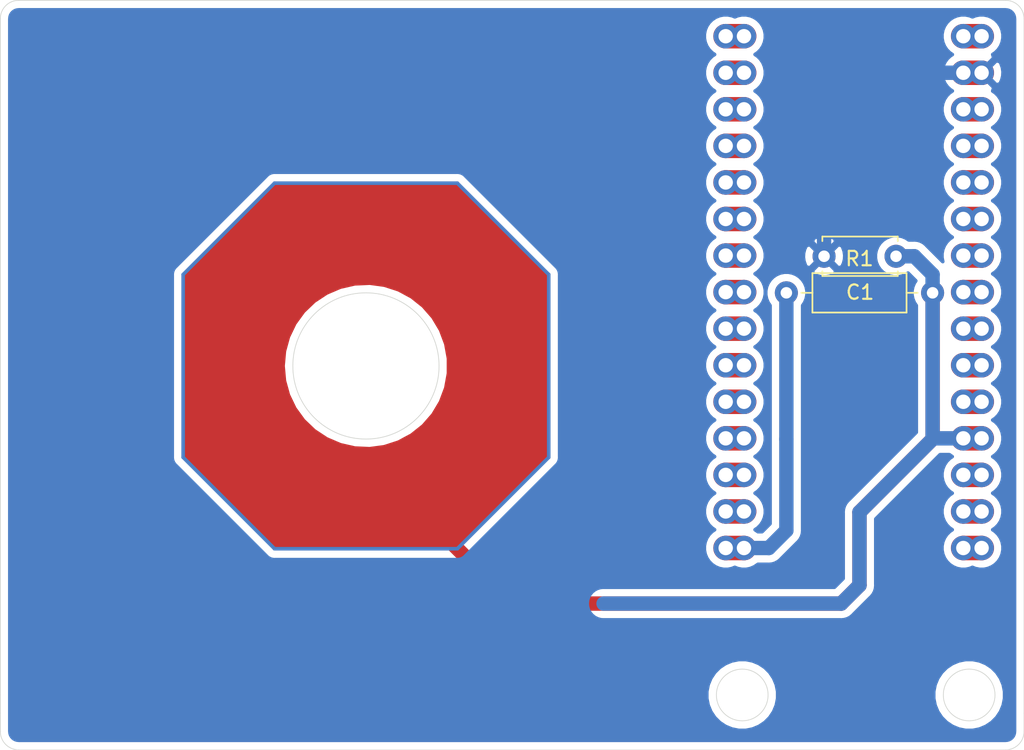
<source format=kicad_pcb>
(kicad_pcb (version 20171130) (host pcbnew 5.1.9)

  (general
    (thickness 1.6)
    (drawings 17)
    (tracks 44)
    (zones 0)
    (modules 3)
    (nets 31)
  )

  (page A4)
  (layers
    (0 F.Cu signal hide)
    (31 B.Cu signal)
    (32 B.Adhes user hide)
    (33 F.Adhes user hide)
    (34 B.Paste user hide)
    (35 F.Paste user hide)
    (36 B.SilkS user)
    (37 F.SilkS user)
    (38 B.Mask user)
    (39 F.Mask user)
    (40 Dwgs.User user)
    (41 Cmts.User user)
    (42 Eco1.User user)
    (43 Eco2.User user)
    (44 Edge.Cuts user)
    (45 Margin user)
    (46 B.CrtYd user)
    (47 F.CrtYd user)
    (48 B.Fab user)
    (49 F.Fab user)
  )

  (setup
    (last_trace_width 0.25)
    (trace_clearance 0.2)
    (zone_clearance 0.508)
    (zone_45_only no)
    (trace_min 0.2)
    (via_size 0.8)
    (via_drill 0.4)
    (via_min_size 0.4)
    (via_min_drill 0.3)
    (uvia_size 0.3)
    (uvia_drill 0.1)
    (uvias_allowed no)
    (uvia_min_size 0.2)
    (uvia_min_drill 0.1)
    (edge_width 0.05)
    (segment_width 0.2)
    (pcb_text_width 0.3)
    (pcb_text_size 1.5 1.5)
    (mod_edge_width 0.12)
    (mod_text_size 1 1)
    (mod_text_width 0.15)
    (pad_size 1.524 1.524)
    (pad_drill 0.762)
    (pad_to_mask_clearance 0.05)
    (aux_axis_origin 0 0)
    (visible_elements FFFFFF7F)
    (pcbplotparams
      (layerselection 0x010fc_ffffffff)
      (usegerberextensions false)
      (usegerberattributes true)
      (usegerberadvancedattributes true)
      (creategerberjobfile true)
      (excludeedgelayer true)
      (linewidth 0.100000)
      (plotframeref false)
      (viasonmask false)
      (mode 1)
      (useauxorigin false)
      (hpglpennumber 1)
      (hpglpenspeed 20)
      (hpglpendiameter 15.000000)
      (psnegative false)
      (psa4output false)
      (plotreference true)
      (plotvalue true)
      (plotinvisibletext false)
      (padsonsilk false)
      (subtractmaskfromsilk false)
      (outputformat 1)
      (mirror false)
      (drillshape 1)
      (scaleselection 1)
      (outputdirectory ""))
  )

  (net 0 "")
  (net 1 "Net-(J1-Pad11)")
  (net 2 "Net-(J1-Pad12)")
  (net 3 "Net-(J1-Pad3)")
  (net 4 "Net-(J1-Pad5)")
  (net 5 "Net-(J1-Pad13)")
  (net 6 "Net-(J1-Pad7)")
  (net 7 "Net-(J1-Pad1)")
  (net 8 "Net-(J1-Pad9)")
  (net 9 "Net-(J1-Pad8)")
  (net 10 "Net-(J1-Pad6)")
  (net 11 "Net-(J1-Pad10)")
  (net 12 "Net-(J1-Pad2)")
  (net 13 "Net-(J1-Pad15)")
  (net 14 "Net-(J1-Pad30)")
  (net 15 "Net-(J1-Pad29)")
  (net 16 "Net-(J1-Pad28)")
  (net 17 "Net-(J1-Pad27)")
  (net 18 "Net-(J1-Pad26)")
  (net 19 "Net-(J1-Pad25)")
  (net 20 "Net-(J1-Pad24)")
  (net 21 "Net-(J1-Pad23)")
  (net 22 "Net-(J1-Pad22)")
  (net 23 "Net-(J1-Pad21)")
  (net 24 "Net-(J1-Pad20)")
  (net 25 "Net-(J1-Pad19)")
  (net 26 "Net-(J1-Pad18)")
  (net 27 "Net-(J1-Pad17)")
  (net 28 "Net-(J1-Pad16)")
  (net 29 GND)
  (net 30 "Net-(C1-Pad1)")

  (net_class Default "This is the default net class."
    (clearance 0.2)
    (trace_width 0.25)
    (via_dia 0.8)
    (via_drill 0.4)
    (uvia_dia 0.3)
    (uvia_drill 0.1)
    (add_net GND)
    (add_net "Net-(C1-Pad1)")
    (add_net "Net-(J1-Pad1)")
    (add_net "Net-(J1-Pad10)")
    (add_net "Net-(J1-Pad11)")
    (add_net "Net-(J1-Pad12)")
    (add_net "Net-(J1-Pad13)")
    (add_net "Net-(J1-Pad15)")
    (add_net "Net-(J1-Pad16)")
    (add_net "Net-(J1-Pad17)")
    (add_net "Net-(J1-Pad18)")
    (add_net "Net-(J1-Pad19)")
    (add_net "Net-(J1-Pad2)")
    (add_net "Net-(J1-Pad20)")
    (add_net "Net-(J1-Pad21)")
    (add_net "Net-(J1-Pad22)")
    (add_net "Net-(J1-Pad23)")
    (add_net "Net-(J1-Pad24)")
    (add_net "Net-(J1-Pad25)")
    (add_net "Net-(J1-Pad26)")
    (add_net "Net-(J1-Pad27)")
    (add_net "Net-(J1-Pad28)")
    (add_net "Net-(J1-Pad29)")
    (add_net "Net-(J1-Pad3)")
    (add_net "Net-(J1-Pad30)")
    (add_net "Net-(J1-Pad5)")
    (add_net "Net-(J1-Pad6)")
    (add_net "Net-(J1-Pad7)")
    (add_net "Net-(J1-Pad8)")
    (add_net "Net-(J1-Pad9)")
  )

  (module Nano_33:NANO_33_Socket_Castell (layer F.Cu) (tedit 5E2600EE) (tstamp 605955E8)
    (at 185.015 123.139999 90)
    (descr "Through hole straight socket strip, 1x15, 2.54mm pitch")
    (tags "Through hole socket strip THT 1x15 2.54mm single row")
    (path /60565571)
    (fp_text reference J1 (at 0 -13.335 90) (layer F.Fab)
      (effects (font (size 1 1) (thickness 0.15)))
    )
    (fp_text value Arduino-NANO-33 (at 0 12.065 90) (layer F.Fab)
      (effects (font (size 1 1) (thickness 0.15)))
    )
    (fp_line (start -19.05 -8.89) (end 19.05 -8.89) (layer F.Fab) (width 0.1))
    (fp_line (start -19.05 -6.35) (end -19.05 -8.89) (layer F.Fab) (width 0.1))
    (fp_line (start 18.415 -6.35) (end -19.05 -6.35) (layer F.Fab) (width 0.1))
    (fp_line (start 19.05 -6.985) (end 18.415 -6.35) (layer F.Fab) (width 0.1))
    (fp_line (start 19.05 -8.89) (end 19.05 -6.985) (layer F.Fab) (width 0.1))
    (fp_line (start -19.05 8.89) (end -19.05 6.985) (layer F.Fab) (width 0.1))
    (fp_line (start -19.05 6.985) (end -18.415 6.35) (layer F.Fab) (width 0.1))
    (fp_line (start -18.415 6.35) (end 19.05 6.35) (layer F.Fab) (width 0.1))
    (fp_line (start 19.05 6.35) (end 19.05 8.89) (layer F.Fab) (width 0.1))
    (fp_line (start 19.05 8.89) (end -19.05 8.89) (layer F.Fab) (width 0.1))
    (fp_line (start 22 8.89) (end 22 -8.89) (layer F.Fab) (width 0.12))
    (fp_line (start -22 8.89) (end 22 8.89) (layer F.Fab) (width 0.12))
    (fp_line (start -22 8.89) (end -22 -8.89) (layer F.Fab) (width 0.12))
    (fp_line (start -22 -8.89) (end 22 -8.89) (layer F.Fab) (width 0.12))
    (fp_poly (pts (xy -22.86 3.175) (xy -18.415 3.175) (xy -18.415 -3.175) (xy -22.86 -3.175)) (layer F.Fab) (width 0.1))
    (fp_poly (pts (xy -3.175 3.175) (xy 3.175 3.175) (xy 3.175 -3.175) (xy -3.175 -3.175)) (layer F.Fab) (width 0.1))
    (fp_poly (pts (xy 8.89 4.445) (xy 21.59 4.445) (xy 21.59 -4.445) (xy 8.89 -4.445)) (layer F.Fab) (width 0.1))
    (fp_text user %R (at 0 7.62 270) (layer F.Fab)
      (effects (font (size 1 1) (thickness 0.15)))
    )
    (fp_text user %R (at 0 -7.62 90) (layer F.Fab)
      (effects (font (size 1 1) (thickness 0.15)))
    )
    (pad 11 smd oval (at 7.62 8.255 180) (size 3 1.7) (layers F.Cu F.Mask)
      (net 1 "Net-(J1-Pad11)"))
    (pad 12 thru_hole circle (at 10.16 8.89 180) (size 1.7 1.7) (drill 1) (layers *.Cu *.Mask)
      (net 2 "Net-(J1-Pad12)"))
    (pad 3 smd oval (at -12.7 8.255 180) (size 3 1.7) (layers F.Cu F.Mask)
      (net 3 "Net-(J1-Pad3)"))
    (pad 5 smd oval (at -7.62 8.255 180) (size 3 1.7) (layers F.Cu F.Mask)
      (net 4 "Net-(J1-Pad5)"))
    (pad 13 smd oval (at 12.7 8.255 180) (size 3 1.7) (layers F.Cu F.Mask)
      (net 5 "Net-(J1-Pad13)"))
    (pad 12 smd oval (at 10.16 8.255 180) (size 3 1.7) (layers F.Cu F.Mask)
      (net 2 "Net-(J1-Pad12)"))
    (pad 7 thru_hole circle (at -2.54 8.89 180) (size 1.7 1.7) (drill 1) (layers *.Cu *.Mask)
      (net 6 "Net-(J1-Pad7)"))
    (pad 13 thru_hole oval (at 12.7 7.62 180) (size 1.7 1.7) (drill 1) (layers *.Cu *.Mask)
      (net 5 "Net-(J1-Pad13)"))
    (pad 1 thru_hole circle (at -17.78 8.89 180) (size 1.7 1.7) (drill 1) (layers *.Cu *.Mask)
      (net 7 "Net-(J1-Pad1)"))
    (pad 9 thru_hole oval (at 2.54 7.62 180) (size 1.7 1.7) (drill 1) (layers *.Cu *.Mask)
      (net 8 "Net-(J1-Pad9)"))
    (pad 8 thru_hole oval (at 0 7.62 180) (size 1.7 1.7) (drill 1) (layers *.Cu *.Mask)
      (net 9 "Net-(J1-Pad8)"))
    (pad 4 thru_hole circle (at -10.16 8.89 180) (size 1.7 1.7) (drill 1) (layers *.Cu *.Mask)
      (net 30 "Net-(C1-Pad1)"))
    (pad 8 thru_hole circle (at 0 8.89 180) (size 1.7 1.7) (drill 1) (layers *.Cu *.Mask)
      (net 9 "Net-(J1-Pad8)"))
    (pad 9 thru_hole circle (at 2.54 8.89 180) (size 1.7 1.7) (drill 1) (layers *.Cu *.Mask)
      (net 8 "Net-(J1-Pad9)"))
    (pad 1 smd oval (at -17.78 8.255 180) (size 3 1.7) (layers F.Cu F.Mask)
      (net 7 "Net-(J1-Pad1)"))
    (pad 14 smd oval (at 15.24 8.255 180) (size 3 1.7) (layers F.Cu F.Mask)
      (net 29 GND))
    (pad 6 thru_hole circle (at -5.08 8.89 180) (size 1.7 1.7) (drill 1) (layers *.Cu *.Mask)
      (net 10 "Net-(J1-Pad6)"))
    (pad 10 thru_hole circle (at 5.08 8.89 180) (size 1.7 1.7) (drill 1) (layers *.Cu *.Mask)
      (net 11 "Net-(J1-Pad10)"))
    (pad 7 thru_hole oval (at -2.54 7.62 180) (size 1.7 1.7) (drill 1) (layers *.Cu *.Mask)
      (net 6 "Net-(J1-Pad7)"))
    (pad 4 smd oval (at -10.16 8.255 180) (size 3 1.7) (layers F.Cu F.Mask)
      (net 30 "Net-(C1-Pad1)"))
    (pad 10 thru_hole oval (at 5.08 7.62 180) (size 1.7 1.7) (drill 1) (layers *.Cu *.Mask)
      (net 11 "Net-(J1-Pad10)"))
    (pad 11 thru_hole oval (at 7.62 7.62 180) (size 1.7 1.7) (drill 1) (layers *.Cu *.Mask)
      (net 1 "Net-(J1-Pad11)"))
    (pad 10 smd oval (at 5.08 8.255 180) (size 3 1.7) (layers F.Cu F.Mask)
      (net 11 "Net-(J1-Pad10)"))
    (pad 9 smd oval (at 2.54 8.255 180) (size 3 1.7) (layers F.Cu F.Mask)
      (net 8 "Net-(J1-Pad9)"))
    (pad 11 thru_hole circle (at 7.62 8.89 180) (size 1.7 1.7) (drill 1) (layers *.Cu *.Mask)
      (net 1 "Net-(J1-Pad11)"))
    (pad 6 thru_hole oval (at -5.08 7.62 180) (size 1.7 1.7) (drill 1) (layers *.Cu *.Mask)
      (net 10 "Net-(J1-Pad6)"))
    (pad 14 thru_hole oval (at 15.24 7.62 180) (size 1.7 1.7) (drill 1) (layers *.Cu *.Mask)
      (net 29 GND))
    (pad 5 thru_hole oval (at -7.62 7.62 180) (size 1.7 1.7) (drill 1) (layers *.Cu *.Mask)
      (net 4 "Net-(J1-Pad5)"))
    (pad 4 thru_hole oval (at -10.16 7.62 180) (size 1.7 1.7) (drill 1) (layers *.Cu *.Mask)
      (net 30 "Net-(C1-Pad1)"))
    (pad 3 thru_hole oval (at -12.7 7.62 180) (size 1.7 1.7) (drill 1) (layers *.Cu *.Mask)
      (net 3 "Net-(J1-Pad3)"))
    (pad 2 thru_hole oval (at -15.24 7.62 180) (size 1.7 1.7) (drill 1) (layers *.Cu *.Mask)
      (net 12 "Net-(J1-Pad2)"))
    (pad 1 thru_hole circle (at -17.78 7.62 180) (size 1.7 1.7) (drill 1) (layers *.Cu *.Mask)
      (net 7 "Net-(J1-Pad1)"))
    (pad 7 smd oval (at -2.54 8.255 180) (size 3 1.7) (layers F.Cu F.Mask)
      (net 6 "Net-(J1-Pad7)"))
    (pad 15 thru_hole oval (at 17.78 7.62 180) (size 1.7 1.7) (drill 1) (layers *.Cu *.Mask)
      (net 13 "Net-(J1-Pad15)"))
    (pad 6 smd oval (at -5.08 8.255 180) (size 3 1.7) (layers F.Cu F.Mask)
      (net 10 "Net-(J1-Pad6)"))
    (pad 12 thru_hole oval (at 10.16 7.62 180) (size 1.7 1.7) (drill 1) (layers *.Cu *.Mask)
      (net 2 "Net-(J1-Pad12)"))
    (pad 14 thru_hole circle (at 15.24 8.89 180) (size 1.7 1.7) (drill 1) (layers *.Cu *.Mask)
      (net 29 GND))
    (pad 5 thru_hole circle (at -7.62 8.89 180) (size 1.7 1.7) (drill 1) (layers *.Cu *.Mask)
      (net 4 "Net-(J1-Pad5)"))
    (pad 15 thru_hole circle (at 17.78 8.89 180) (size 1.7 1.7) (drill 1) (layers *.Cu *.Mask)
      (net 13 "Net-(J1-Pad15)"))
    (pad 8 smd oval (at 0 8.255 180) (size 3 1.7) (layers F.Cu F.Mask)
      (net 9 "Net-(J1-Pad8)"))
    (pad 15 smd oval (at 17.78 8.255 180) (size 3 1.7) (layers F.Cu F.Mask)
      (net 13 "Net-(J1-Pad15)"))
    (pad 2 smd oval (at -15.24 8.255 180) (size 3 1.7) (layers F.Cu F.Mask)
      (net 12 "Net-(J1-Pad2)"))
    (pad 2 thru_hole circle (at -15.24 8.89 180) (size 1.7 1.7) (drill 1) (layers *.Cu *.Mask)
      (net 12 "Net-(J1-Pad2)"))
    (pad 13 thru_hole circle (at 12.7 8.89 180) (size 1.7 1.7) (drill 1) (layers *.Cu *.Mask)
      (net 5 "Net-(J1-Pad13)"))
    (pad 3 thru_hole circle (at -12.7 8.89 180) (size 1.7 1.7) (drill 1) (layers *.Cu *.Mask)
      (net 3 "Net-(J1-Pad3)"))
    (pad 30 smd oval (at -17.78 -8.255) (size 3 1.7) (layers F.Cu F.Mask)
      (net 14 "Net-(J1-Pad30)"))
    (pad 29 smd oval (at -15.24 -8.255) (size 3 1.7) (layers F.Cu F.Mask)
      (net 15 "Net-(J1-Pad29)"))
    (pad 28 smd oval (at -12.7 -8.255) (size 3 1.7) (layers F.Cu F.Mask)
      (net 16 "Net-(J1-Pad28)"))
    (pad 27 smd oval (at -10.16 -8.255) (size 3 1.7) (layers F.Cu F.Mask)
      (net 17 "Net-(J1-Pad27)"))
    (pad 26 smd oval (at -7.62 -8.255) (size 3 1.7) (layers F.Cu F.Mask)
      (net 18 "Net-(J1-Pad26)"))
    (pad 25 smd oval (at -5.08 -8.255) (size 3 1.7) (layers F.Cu F.Mask)
      (net 19 "Net-(J1-Pad25)"))
    (pad 24 smd oval (at -2.54 -8.255) (size 3 1.7) (layers F.Cu F.Mask)
      (net 20 "Net-(J1-Pad24)"))
    (pad 23 smd oval (at 0 -8.255) (size 3 1.7) (layers F.Cu F.Mask)
      (net 21 "Net-(J1-Pad23)"))
    (pad 22 smd oval (at 2.54 -8.255) (size 3 1.7) (layers F.Cu F.Mask)
      (net 22 "Net-(J1-Pad22)"))
    (pad 21 smd oval (at 5.08 -8.255) (size 3 1.7) (layers F.Cu F.Mask)
      (net 23 "Net-(J1-Pad21)"))
    (pad 20 smd oval (at 7.62 -8.255) (size 3 1.7) (layers F.Cu F.Mask)
      (net 24 "Net-(J1-Pad20)"))
    (pad 19 smd oval (at 10.16 -8.255) (size 3 1.7) (layers F.Cu F.Mask)
      (net 25 "Net-(J1-Pad19)"))
    (pad 18 smd oval (at 12.7 -8.255) (size 3 1.7) (layers F.Cu F.Mask)
      (net 26 "Net-(J1-Pad18)"))
    (pad 17 smd oval (at 15.24 -8.255) (size 3 1.7) (layers F.Cu F.Mask)
      (net 27 "Net-(J1-Pad17)"))
    (pad 29 thru_hole circle (at -15.24 -8.89) (size 1.7 1.7) (drill 1) (layers *.Cu *.Mask)
      (net 15 "Net-(J1-Pad29)"))
    (pad 30 thru_hole circle (at -17.78 -8.89) (size 1.7 1.7) (drill 1) (layers *.Cu *.Mask)
      (net 14 "Net-(J1-Pad30)"))
    (pad 28 thru_hole circle (at -12.7 -8.89) (size 1.7 1.7) (drill 1) (layers *.Cu *.Mask)
      (net 16 "Net-(J1-Pad28)"))
    (pad 25 thru_hole circle (at -5.08 -8.89) (size 1.7 1.7) (drill 1) (layers *.Cu *.Mask)
      (net 19 "Net-(J1-Pad25)"))
    (pad 27 thru_hole circle (at -10.16 -8.89) (size 1.7 1.7) (drill 1) (layers *.Cu *.Mask)
      (net 17 "Net-(J1-Pad27)"))
    (pad 26 thru_hole circle (at -7.62 -8.89) (size 1.7 1.7) (drill 1) (layers *.Cu *.Mask)
      (net 18 "Net-(J1-Pad26)"))
    (pad 23 thru_hole circle (at 0 -8.89) (size 1.7 1.7) (drill 1) (layers *.Cu *.Mask)
      (net 21 "Net-(J1-Pad23)"))
    (pad 24 thru_hole circle (at -2.54 -8.89) (size 1.7 1.7) (drill 1) (layers *.Cu *.Mask)
      (net 20 "Net-(J1-Pad24)"))
    (pad 22 thru_hole circle (at 2.54 -8.89) (size 1.7 1.7) (drill 1) (layers *.Cu *.Mask)
      (net 22 "Net-(J1-Pad22)"))
    (pad 20 thru_hole circle (at 7.62 -8.89) (size 1.7 1.7) (drill 1) (layers *.Cu *.Mask)
      (net 24 "Net-(J1-Pad20)"))
    (pad 21 thru_hole circle (at 5.08 -8.89) (size 1.7 1.7) (drill 1) (layers *.Cu *.Mask)
      (net 23 "Net-(J1-Pad21)"))
    (pad 19 thru_hole circle (at 10.16 -8.89) (size 1.7 1.7) (drill 1) (layers *.Cu *.Mask)
      (net 25 "Net-(J1-Pad19)"))
    (pad 18 thru_hole circle (at 12.7 -8.89) (size 1.7 1.7) (drill 1) (layers *.Cu *.Mask)
      (net 26 "Net-(J1-Pad18)"))
    (pad 17 thru_hole circle (at 15.24 -8.89) (size 1.7 1.7) (drill 1) (layers *.Cu *.Mask)
      (net 27 "Net-(J1-Pad17)"))
    (pad 16 smd oval (at 17.78 -8.255) (size 3 1.7) (layers F.Cu F.Mask)
      (net 28 "Net-(J1-Pad16)"))
    (pad 16 thru_hole circle (at 17.78 -8.89) (size 1.7 1.7) (drill 1) (layers *.Cu *.Mask)
      (net 28 "Net-(J1-Pad16)"))
    (pad 16 thru_hole circle (at 17.78 -7.62) (size 1.7 1.7) (drill 1) (layers *.Cu *.Mask)
      (net 28 "Net-(J1-Pad16)"))
    (pad 17 thru_hole oval (at 15.24 -7.62) (size 1.7 1.7) (drill 1) (layers *.Cu *.Mask)
      (net 27 "Net-(J1-Pad17)"))
    (pad 18 thru_hole oval (at 12.7 -7.62) (size 1.7 1.7) (drill 1) (layers *.Cu *.Mask)
      (net 26 "Net-(J1-Pad18)"))
    (pad 19 thru_hole oval (at 10.16 -7.62) (size 1.7 1.7) (drill 1) (layers *.Cu *.Mask)
      (net 25 "Net-(J1-Pad19)"))
    (pad 20 thru_hole oval (at 7.62 -7.62) (size 1.7 1.7) (drill 1) (layers *.Cu *.Mask)
      (net 24 "Net-(J1-Pad20)"))
    (pad 21 thru_hole oval (at 5.08 -7.62) (size 1.7 1.7) (drill 1) (layers *.Cu *.Mask)
      (net 23 "Net-(J1-Pad21)"))
    (pad 22 thru_hole oval (at 2.54 -7.62) (size 1.7 1.7) (drill 1) (layers *.Cu *.Mask)
      (net 22 "Net-(J1-Pad22)"))
    (pad 23 thru_hole oval (at 0 -7.62) (size 1.7 1.7) (drill 1) (layers *.Cu *.Mask)
      (net 21 "Net-(J1-Pad23)"))
    (pad 24 thru_hole oval (at -2.54 -7.62) (size 1.7 1.7) (drill 1) (layers *.Cu *.Mask)
      (net 20 "Net-(J1-Pad24)"))
    (pad 25 thru_hole oval (at -5.08 -7.62) (size 1.7 1.7) (drill 1) (layers *.Cu *.Mask)
      (net 19 "Net-(J1-Pad25)"))
    (pad 26 thru_hole oval (at -7.62 -7.62) (size 1.7 1.7) (drill 1) (layers *.Cu *.Mask)
      (net 18 "Net-(J1-Pad26)"))
    (pad 27 thru_hole oval (at -10.16 -7.62) (size 1.7 1.7) (drill 1) (layers *.Cu *.Mask)
      (net 17 "Net-(J1-Pad27)"))
    (pad 28 thru_hole oval (at -12.7 -7.62) (size 1.7 1.7) (drill 1) (layers *.Cu *.Mask)
      (net 16 "Net-(J1-Pad28)"))
    (pad 29 thru_hole oval (at -15.24 -7.62) (size 1.7 1.7) (drill 1) (layers *.Cu *.Mask)
      (net 15 "Net-(J1-Pad29)"))
    (pad 30 thru_hole oval (at -17.78 -7.62) (size 1.7 1.7) (drill 1) (layers *.Cu *.Mask)
      (net 14 "Net-(J1-Pad30)"))
    (model "${KISYS3DMOD}/Arduino.3dshapes/Arduino Nano 33 IoT.stp"
      (offset (xyz 0.5 0 4))
      (scale (xyz 1 1 1))
      (rotate (xyz -90 0 90))
    )
    (model ${KISYS3DMOD}/Connector_PinHeader_2.54mm.3dshapes/PinHeader_1x15_P2.54mm_Vertical.wrl
      (offset (xyz 17.8 -7.6 3))
      (scale (xyz 1 1 1))
      (rotate (xyz 0 180 90))
    )
    (model ${KISYS3DMOD}/Connector_PinHeader_2.54mm.3dshapes/PinHeader_1x15_P2.54mm_Vertical.wrl
      (offset (xyz 17.8 7.6 3))
      (scale (xyz 1 1 1))
      (rotate (xyz 0 180 90))
    )
  )

  (module Capacitor_THT:C_Disc_D5.0mm_W2.5mm_P5.00mm (layer F.Cu) (tedit 5AE50EF0) (tstamp 60595577)
    (at 187.96 120.65 180)
    (descr "C, Disc series, Radial, pin pitch=5.00mm, , diameter*width=5*2.5mm^2, Capacitor, http://cdn-reichelt.de/documents/datenblatt/B300/DS_KERKO_TC.pdf")
    (tags "C Disc series Radial pin pitch 5.00mm  diameter 5mm width 2.5mm Capacitor")
    (path /605911B8)
    (fp_text reference C1 (at 2.5 -2.5) (layer F.SilkS)
      (effects (font (size 1 1) (thickness 0.15)))
    )
    (fp_text value "B101 100pf" (at 2.5 2.5) (layer F.Fab)
      (effects (font (size 1 1) (thickness 0.15)))
    )
    (fp_line (start 6.05 -1.5) (end -1.05 -1.5) (layer F.CrtYd) (width 0.05))
    (fp_line (start 6.05 1.5) (end 6.05 -1.5) (layer F.CrtYd) (width 0.05))
    (fp_line (start -1.05 1.5) (end 6.05 1.5) (layer F.CrtYd) (width 0.05))
    (fp_line (start -1.05 -1.5) (end -1.05 1.5) (layer F.CrtYd) (width 0.05))
    (fp_line (start 5.12 1.055) (end 5.12 1.37) (layer F.SilkS) (width 0.12))
    (fp_line (start 5.12 -1.37) (end 5.12 -1.055) (layer F.SilkS) (width 0.12))
    (fp_line (start -0.12 1.055) (end -0.12 1.37) (layer F.SilkS) (width 0.12))
    (fp_line (start -0.12 -1.37) (end -0.12 -1.055) (layer F.SilkS) (width 0.12))
    (fp_line (start -0.12 1.37) (end 5.12 1.37) (layer F.SilkS) (width 0.12))
    (fp_line (start -0.12 -1.37) (end 5.12 -1.37) (layer F.SilkS) (width 0.12))
    (fp_line (start 5 -1.25) (end 0 -1.25) (layer F.Fab) (width 0.1))
    (fp_line (start 5 1.25) (end 5 -1.25) (layer F.Fab) (width 0.1))
    (fp_line (start 0 1.25) (end 5 1.25) (layer F.Fab) (width 0.1))
    (fp_line (start 0 -1.25) (end 0 1.25) (layer F.Fab) (width 0.1))
    (fp_text user %R (at 2.5 0) (layer F.Fab)
      (effects (font (size 1 1) (thickness 0.15)))
    )
    (pad 1 thru_hole circle (at 0 0 180) (size 1.6 1.6) (drill 0.8) (layers *.Cu *.Mask)
      (net 30 "Net-(C1-Pad1)"))
    (pad 2 thru_hole circle (at 5 0 180) (size 1.6 1.6) (drill 0.8) (layers *.Cu *.Mask)
      (net 29 GND))
    (model ${KISYS3DMOD}/Capacitor_THT.3dshapes/C_Disc_D5.0mm_W2.5mm_P5.00mm.wrl
      (at (xyz 0 0 0))
      (scale (xyz 1 1 1))
      (rotate (xyz 0 0 0))
    )
  )

  (module Resistor_THT:R_Axial_DIN0207_L6.3mm_D2.5mm_P10.16mm_Horizontal (layer F.Cu) (tedit 5AE5139B) (tstamp 605955FF)
    (at 180.34 123.19)
    (descr "Resistor, Axial_DIN0207 series, Axial, Horizontal, pin pitch=10.16mm, 0.25W = 1/4W, length*diameter=6.3*2.5mm^2, http://cdn-reichelt.de/documents/datenblatt/B400/1_4W%23YAG.pdf")
    (tags "Resistor Axial_DIN0207 series Axial Horizontal pin pitch 10.16mm 0.25W = 1/4W length 6.3mm diameter 2.5mm")
    (path /60590738)
    (fp_text reference R1 (at 5.08 -2.37) (layer F.SilkS)
      (effects (font (size 1 1) (thickness 0.15)))
    )
    (fp_text value 1k (at 5.08 2.37) (layer F.Fab)
      (effects (font (size 1 1) (thickness 0.15)))
    )
    (fp_line (start 11.21 -1.5) (end -1.05 -1.5) (layer F.CrtYd) (width 0.05))
    (fp_line (start 11.21 1.5) (end 11.21 -1.5) (layer F.CrtYd) (width 0.05))
    (fp_line (start -1.05 1.5) (end 11.21 1.5) (layer F.CrtYd) (width 0.05))
    (fp_line (start -1.05 -1.5) (end -1.05 1.5) (layer F.CrtYd) (width 0.05))
    (fp_line (start 9.12 0) (end 8.35 0) (layer F.SilkS) (width 0.12))
    (fp_line (start 1.04 0) (end 1.81 0) (layer F.SilkS) (width 0.12))
    (fp_line (start 8.35 -1.37) (end 1.81 -1.37) (layer F.SilkS) (width 0.12))
    (fp_line (start 8.35 1.37) (end 8.35 -1.37) (layer F.SilkS) (width 0.12))
    (fp_line (start 1.81 1.37) (end 8.35 1.37) (layer F.SilkS) (width 0.12))
    (fp_line (start 1.81 -1.37) (end 1.81 1.37) (layer F.SilkS) (width 0.12))
    (fp_line (start 10.16 0) (end 8.23 0) (layer F.Fab) (width 0.1))
    (fp_line (start 0 0) (end 1.93 0) (layer F.Fab) (width 0.1))
    (fp_line (start 8.23 -1.25) (end 1.93 -1.25) (layer F.Fab) (width 0.1))
    (fp_line (start 8.23 1.25) (end 8.23 -1.25) (layer F.Fab) (width 0.1))
    (fp_line (start 1.93 1.25) (end 8.23 1.25) (layer F.Fab) (width 0.1))
    (fp_line (start 1.93 -1.25) (end 1.93 1.25) (layer F.Fab) (width 0.1))
    (fp_text user %R (at 5.08 0) (layer F.Fab)
      (effects (font (size 1 1) (thickness 0.15)))
    )
    (pad 1 thru_hole circle (at 0 0) (size 1.6 1.6) (drill 0.8) (layers *.Cu *.Mask)
      (net 14 "Net-(J1-Pad30)"))
    (pad 2 thru_hole oval (at 10.16 0) (size 1.6 1.6) (drill 0.8) (layers *.Cu *.Mask)
      (net 30 "Net-(C1-Pad1)"))
    (model ${KISYS3DMOD}/Resistor_THT.3dshapes/R_Axial_DIN0207_L6.3mm_D2.5mm_P10.16mm_Horizontal.wrl
      (at (xyz 0 0 0))
      (scale (xyz 1 1 1))
      (rotate (xyz 0 0 0))
    )
  )

  (gr_line (start 127 154.94) (end 195.58 154.94) (layer Edge.Cuts) (width 0.05) (tstamp 606077D8))
  (gr_line (start 125.73 152.4) (end 125.73 153.67) (layer Edge.Cuts) (width 0.05) (tstamp 606077D7))
  (gr_line (start 196.85 152.4) (end 196.85 153.67) (layer Edge.Cuts) (width 0.05) (tstamp 606077CB))
  (gr_circle (center 193.04 151.13) (end 191.77 149.86) (layer Edge.Cuts) (width 0.05))
  (gr_circle (center 177.273949 151.13) (end 178.543949 152.4) (layer Edge.Cuts) (width 0.05))
  (gr_arc (start 195.58 104.14) (end 196.85 104.14) (angle -90) (layer Edge.Cuts) (width 0.05))
  (gr_line (start 196.85 152.4) (end 196.85 104.14) (layer Edge.Cuts) (width 0.05))
  (gr_arc (start 195.58 153.67) (end 195.58 154.94) (angle -90) (layer Edge.Cuts) (width 0.05))
  (gr_line (start 127 102.87) (end 195.58 102.87) (layer Edge.Cuts) (width 0.05))
  (gr_arc (start 127 104.14) (end 127 102.87) (angle -90) (layer Edge.Cuts) (width 0.05))
  (gr_line (start 125.73 151.13) (end 125.73 104.14) (layer Edge.Cuts) (width 0.05) (tstamp 60595C65))
  (gr_circle (center 151.13 128.27) (end 170.348587 128.27) (layer B.Mask) (width 6))
  (gr_line (start 125.73 151.13) (end 125.73 152.4) (layer Edge.Cuts) (width 0.05) (tstamp 5F467CA1))
  (gr_arc (start 127 153.67) (end 125.73 153.67) (angle -90) (layer Edge.Cuts) (width 0.05))
  (gr_circle (center 151.13 128.27) (end 156.21 128.27) (layer Edge.Cuts) (width 0.05))
  (gr_circle (center 151.13 128.27) (end 151.13 123.19) (layer Dwgs.User) (width 0.15))
  (gr_circle (center 151.13 128.27) (end 158.75 128.27) (layer F.Mask) (width 5))

  (segment (start 138.43 121.92) (end 144.78 115.57) (width 0.25) (layer B.Cu) (net 0))
  (segment (start 144.78 115.57) (end 157.48 115.57) (width 0.25) (layer B.Cu) (net 0))
  (segment (start 157.48 115.57) (end 163.83 121.92) (width 0.25) (layer B.Cu) (net 0))
  (segment (start 163.83 121.92) (end 163.83 133.35) (width 0.25) (layer B.Cu) (net 0))
  (segment (start 163.83 133.35) (end 163.83 134.62) (width 0.25) (layer B.Cu) (net 0))
  (segment (start 163.83 134.62) (end 157.48 140.97) (width 0.25) (layer B.Cu) (net 0))
  (segment (start 157.48 140.97) (end 144.78 140.97) (width 0.25) (layer B.Cu) (net 0))
  (segment (start 144.78 140.97) (end 138.43 134.62) (width 0.25) (layer B.Cu) (net 0))
  (segment (start 138.43 134.62) (end 138.43 121.92) (width 0.25) (layer B.Cu) (net 0))
  (segment (start 177.395 140.919999) (end 179.120001 140.919999) (width 1) (layer B.Cu) (net 14))
  (segment (start 180.34 139.7) (end 180.34 133.35) (width 1) (layer B.Cu) (net 14))
  (segment (start 179.120001 140.919999) (end 180.34 139.7) (width 1) (layer B.Cu) (net 14))
  (segment (start 180.34 133.35) (end 180.34 123.19) (width 1) (layer B.Cu) (net 14))
  (segment (start 192.635 107.899999) (end 184.200001 107.899999) (width 1) (layer B.Cu) (net 29))
  (segment (start 184.200001 107.899999) (end 182.88 109.22) (width 1) (layer B.Cu) (net 29))
  (segment (start 182.96 109.3) (end 182.96 120.65) (width 1) (layer B.Cu) (net 29))
  (segment (start 182.88 109.22) (end 182.96 109.3) (width 0.25) (layer B.Cu) (net 29))
  (segment (start 190.550001 133.299999) (end 190.5 133.35) (width 0.25) (layer F.Cu) (net 30))
  (segment (start 190.550001 133.299999) (end 190.5 133.35) (width 0.25) (layer B.Cu) (net 30))
  (segment (start 192.635 133.299999) (end 190.550001 133.299999) (width 1) (layer B.Cu) (net 30))
  (segment (start 190.5 133.35) (end 185.42 138.43) (width 1) (layer F.Cu) (net 30))
  (segment (start 185.42 138.43) (end 185.42 143.51) (width 1) (layer F.Cu) (net 30))
  (segment (start 185.42 143.51) (end 184.15 144.78) (width 1) (layer F.Cu) (net 30))
  (segment (start 184.15 144.78) (end 165.1 144.78) (width 1) (layer F.Cu) (net 30))
  (segment (start 165.1 144.78) (end 161.29 144.78) (width 1) (layer F.Cu) (net 30))
  (segment (start 161.29 144.78) (end 156.21 139.7) (width 1) (layer F.Cu) (net 30))
  (segment (start 156.21 139.7) (end 144.78 139.7) (width 0.25) (layer F.Cu) (net 30))
  (segment (start 144.78 139.7) (end 139.7 134.62) (width 0.25) (layer F.Cu) (net 30))
  (segment (start 139.7 134.62) (end 139.7 121.92) (width 0.25) (layer F.Cu) (net 30))
  (segment (start 139.7 121.92) (end 144.78 116.84) (width 0.25) (layer F.Cu) (net 30))
  (segment (start 144.78 116.84) (end 157.48 116.84) (width 0.25) (layer F.Cu) (net 30))
  (segment (start 157.48 116.84) (end 162.56 121.92) (width 0.25) (layer F.Cu) (net 30))
  (segment (start 162.56 121.92) (end 162.56 134.62) (width 0.25) (layer F.Cu) (net 30))
  (segment (start 162.56 134.62) (end 157.48 139.7) (width 0.25) (layer F.Cu) (net 30))
  (segment (start 157.48 139.7) (end 156.21 139.7) (width 0.25) (layer F.Cu) (net 30))
  (segment (start 190.5 133.35) (end 185.42 138.43) (width 1) (layer B.Cu) (net 30))
  (segment (start 185.42 138.43) (end 185.42 143.51) (width 1) (layer B.Cu) (net 30))
  (segment (start 185.42 143.51) (end 184.15 144.78) (width 1) (layer B.Cu) (net 30))
  (segment (start 184.15 144.78) (end 167.64 144.78) (width 1) (layer B.Cu) (net 30))
  (segment (start 190.5 133.35) (end 190.5 123.19) (width 1) (layer B.Cu) (net 30))
  (segment (start 190.5 123.19) (end 190.5 121.92) (width 1) (layer B.Cu) (net 30))
  (segment (start 190.5 121.92) (end 189.23 120.65) (width 1) (layer B.Cu) (net 30))
  (segment (start 189.23 120.65) (end 187.96 120.65) (width 1) (layer B.Cu) (net 30))
  (segment (start 190.5 133.35) (end 190.5 123.19) (width 1) (layer F.Cu) (net 30))

  (zone (net 30) (net_name "Net-(C1-Pad1)") (layer F.Cu) (tstamp 0) (hatch edge 0.508)
    (connect_pads (clearance 0.508))
    (min_thickness 0.254)
    (fill yes (arc_segments 32) (thermal_gap 0.508) (thermal_bridge_width 0.508))
    (polygon
      (pts
        (xy 163.83 121.92) (xy 163.83 134.62) (xy 157.48 140.97) (xy 144.78 140.97) (xy 138.43 134.62)
        (xy 138.43 121.92) (xy 144.78 115.57) (xy 157.48 115.57)
      )
    )
    (filled_polygon
      (pts
        (xy 163.703 121.972606) (xy 163.703 134.567394) (xy 157.427394 140.843) (xy 144.832606 140.843) (xy 138.557 134.567394)
        (xy 138.557 128.27) (xy 145.37 128.27) (xy 145.462566 129.298488) (xy 145.737287 130.293919) (xy 146.185335 131.2243)
        (xy 146.792308 132.059727) (xy 147.538699 132.773349) (xy 148.400517 133.34223) (xy 149.350062 133.748086) (xy 150.356816 133.977871)
        (xy 151.388421 134.0242) (xy 152.411721 133.885585) (xy 153.393824 133.56648) (xy 154.303167 133.077142) (xy 155.110521 132.433298)
        (xy 155.789938 131.655643) (xy 156.319581 130.76917) (xy 156.682426 129.802372) (xy 156.866812 128.786322) (xy 156.866812 127.753678)
        (xy 156.682426 126.737628) (xy 156.319581 125.77083) (xy 155.789938 124.884357) (xy 155.110521 124.106702) (xy 154.303167 123.462858)
        (xy 153.393824 122.97352) (xy 152.411721 122.654415) (xy 151.388421 122.5158) (xy 150.356816 122.562129) (xy 149.350062 122.791914)
        (xy 148.400517 123.19777) (xy 147.538699 123.766651) (xy 146.792308 124.480273) (xy 146.185335 125.3157) (xy 145.737287 126.246081)
        (xy 145.462566 127.241512) (xy 145.37 128.27) (xy 138.557 128.27) (xy 138.557 121.972606) (xy 144.832606 115.697)
        (xy 157.427394 115.697)
      )
    )
  )
  (zone (net 29) (net_name GND) (layer B.Cu) (tstamp 0) (hatch edge 0.508)
    (connect_pads (clearance 0.508))
    (min_thickness 0.254)
    (fill yes (arc_segments 32) (thermal_gap 0.508) (thermal_bridge_width 0.508))
    (polygon
      (pts
        (xy 196.85 154.94) (xy 125.73 154.94) (xy 125.73 102.87) (xy 196.85 102.87)
      )
    )
    (filled_polygon
      (pts
        (xy 195.697869 103.544722) (xy 195.811246 103.578953) (xy 195.915819 103.634555) (xy 196.007596 103.709407) (xy 196.083091 103.800664)
        (xy 196.139419 103.904844) (xy 196.17444 104.017976) (xy 196.190001 104.166031) (xy 196.19 152.367581) (xy 196.19 152.367582)
        (xy 196.190001 153.637711) (xy 196.175278 153.787869) (xy 196.141047 153.901246) (xy 196.085446 154.005817) (xy 196.010594 154.097595)
        (xy 195.919335 154.173091) (xy 195.81516 154.229419) (xy 195.702024 154.26444) (xy 195.553979 154.28) (xy 127.032279 154.28)
        (xy 126.882131 154.265278) (xy 126.768754 154.231047) (xy 126.664183 154.175446) (xy 126.572405 154.100594) (xy 126.496909 154.009335)
        (xy 126.440581 153.90516) (xy 126.40556 153.792024) (xy 126.39 153.643979) (xy 126.39 150.887305) (xy 174.809821 150.887305)
        (xy 174.809821 151.372695) (xy 174.904516 151.84876) (xy 175.090267 152.297202) (xy 175.359936 152.70079) (xy 175.703159 153.044013)
        (xy 176.106747 153.313682) (xy 176.555189 153.499433) (xy 177.031254 153.594128) (xy 177.516644 153.594128) (xy 177.992709 153.499433)
        (xy 178.441151 153.313682) (xy 178.844739 153.044013) (xy 179.187962 152.70079) (xy 179.457631 152.297202) (xy 179.643382 151.84876)
        (xy 179.738077 151.372695) (xy 179.738077 150.887305) (xy 190.575872 150.887305) (xy 190.575872 151.372695) (xy 190.670567 151.84876)
        (xy 190.856318 152.297202) (xy 191.125987 152.70079) (xy 191.46921 153.044013) (xy 191.872798 153.313682) (xy 192.32124 153.499433)
        (xy 192.797305 153.594128) (xy 193.282695 153.594128) (xy 193.75876 153.499433) (xy 194.207202 153.313682) (xy 194.61079 153.044013)
        (xy 194.954013 152.70079) (xy 195.223682 152.297202) (xy 195.409433 151.84876) (xy 195.504128 151.372695) (xy 195.504128 150.887305)
        (xy 195.409433 150.41124) (xy 195.223682 149.962798) (xy 194.954013 149.55921) (xy 194.61079 149.215987) (xy 194.207202 148.946318)
        (xy 193.75876 148.760567) (xy 193.282695 148.665872) (xy 192.797305 148.665872) (xy 192.32124 148.760567) (xy 191.872798 148.946318)
        (xy 191.46921 149.215987) (xy 191.125987 149.55921) (xy 190.856318 149.962798) (xy 190.670567 150.41124) (xy 190.575872 150.887305)
        (xy 179.738077 150.887305) (xy 179.643382 150.41124) (xy 179.457631 149.962798) (xy 179.187962 149.55921) (xy 178.844739 149.215987)
        (xy 178.441151 148.946318) (xy 177.992709 148.760567) (xy 177.516644 148.665872) (xy 177.031254 148.665872) (xy 176.555189 148.760567)
        (xy 176.106747 148.946318) (xy 175.703159 149.215987) (xy 175.359936 149.55921) (xy 175.090267 149.962798) (xy 174.904516 150.41124)
        (xy 174.809821 150.887305) (xy 126.39 150.887305) (xy 126.39 144.78) (xy 166.499509 144.78) (xy 166.521423 145.002499)
        (xy 166.586324 145.216447) (xy 166.691716 145.413623) (xy 166.833551 145.586449) (xy 167.006377 145.728284) (xy 167.203553 145.833676)
        (xy 167.417501 145.898577) (xy 167.584248 145.915) (xy 184.094249 145.915) (xy 184.15 145.920491) (xy 184.205751 145.915)
        (xy 184.205752 145.915) (xy 184.372499 145.898577) (xy 184.586447 145.833676) (xy 184.783623 145.728284) (xy 184.956449 145.586449)
        (xy 184.991996 145.543135) (xy 186.18314 144.351992) (xy 186.226449 144.316449) (xy 186.368284 144.143623) (xy 186.473676 143.946447)
        (xy 186.538577 143.732499) (xy 186.555 143.565752) (xy 186.555 143.565745) (xy 186.56049 143.510001) (xy 186.555 143.454257)
        (xy 186.555 138.900131) (xy 191.020133 134.434999) (xy 191.669893 134.434999) (xy 191.688368 134.453474) (xy 191.86276 134.569999)
        (xy 191.688368 134.686524) (xy 191.481525 134.893367) (xy 191.31901 135.136588) (xy 191.207068 135.406841) (xy 191.15 135.693739)
        (xy 191.15 135.986259) (xy 191.207068 136.273157) (xy 191.31901 136.54341) (xy 191.481525 136.786631) (xy 191.688368 136.993474)
        (xy 191.86276 137.109999) (xy 191.688368 137.226524) (xy 191.481525 137.433367) (xy 191.31901 137.676588) (xy 191.207068 137.946841)
        (xy 191.15 138.233739) (xy 191.15 138.526259) (xy 191.207068 138.813157) (xy 191.31901 139.08341) (xy 191.481525 139.326631)
        (xy 191.688368 139.533474) (xy 191.86276 139.649999) (xy 191.688368 139.766524) (xy 191.481525 139.973367) (xy 191.31901 140.216588)
        (xy 191.207068 140.486841) (xy 191.15 140.773739) (xy 191.15 141.066259) (xy 191.207068 141.353157) (xy 191.31901 141.62341)
        (xy 191.481525 141.866631) (xy 191.688368 142.073474) (xy 191.931589 142.235989) (xy 192.201842 142.347931) (xy 192.48874 142.404999)
        (xy 192.78126 142.404999) (xy 193.068158 142.347931) (xy 193.27 142.264326) (xy 193.471842 142.347931) (xy 193.75874 142.404999)
        (xy 194.05126 142.404999) (xy 194.338158 142.347931) (xy 194.608411 142.235989) (xy 194.851632 142.073474) (xy 195.058475 141.866631)
        (xy 195.22099 141.62341) (xy 195.332932 141.353157) (xy 195.39 141.066259) (xy 195.39 140.773739) (xy 195.332932 140.486841)
        (xy 195.22099 140.216588) (xy 195.058475 139.973367) (xy 194.851632 139.766524) (xy 194.67724 139.649999) (xy 194.851632 139.533474)
        (xy 195.058475 139.326631) (xy 195.22099 139.08341) (xy 195.332932 138.813157) (xy 195.39 138.526259) (xy 195.39 138.233739)
        (xy 195.332932 137.946841) (xy 195.22099 137.676588) (xy 195.058475 137.433367) (xy 194.851632 137.226524) (xy 194.67724 137.109999)
        (xy 194.851632 136.993474) (xy 195.058475 136.786631) (xy 195.22099 136.54341) (xy 195.332932 136.273157) (xy 195.39 135.986259)
        (xy 195.39 135.693739) (xy 195.332932 135.406841) (xy 195.22099 135.136588) (xy 195.058475 134.893367) (xy 194.851632 134.686524)
        (xy 194.67724 134.569999) (xy 194.851632 134.453474) (xy 195.058475 134.246631) (xy 195.22099 134.00341) (xy 195.332932 133.733157)
        (xy 195.39 133.446259) (xy 195.39 133.153739) (xy 195.332932 132.866841) (xy 195.22099 132.596588) (xy 195.058475 132.353367)
        (xy 194.851632 132.146524) (xy 194.67724 132.029999) (xy 194.851632 131.913474) (xy 195.058475 131.706631) (xy 195.22099 131.46341)
        (xy 195.332932 131.193157) (xy 195.39 130.906259) (xy 195.39 130.613739) (xy 195.332932 130.326841) (xy 195.22099 130.056588)
        (xy 195.058475 129.813367) (xy 194.851632 129.606524) (xy 194.67724 129.489999) (xy 194.851632 129.373474) (xy 195.058475 129.166631)
        (xy 195.22099 128.92341) (xy 195.332932 128.653157) (xy 195.39 128.366259) (xy 195.39 128.073739) (xy 195.332932 127.786841)
        (xy 195.22099 127.516588) (xy 195.058475 127.273367) (xy 194.851632 127.066524) (xy 194.67724 126.949999) (xy 194.851632 126.833474)
        (xy 195.058475 126.626631) (xy 195.22099 126.38341) (xy 195.332932 126.113157) (xy 195.39 125.826259) (xy 195.39 125.533739)
        (xy 195.332932 125.246841) (xy 195.22099 124.976588) (xy 195.058475 124.733367) (xy 194.851632 124.526524) (xy 194.67724 124.409999)
        (xy 194.851632 124.293474) (xy 195.058475 124.086631) (xy 195.22099 123.84341) (xy 195.332932 123.573157) (xy 195.39 123.286259)
        (xy 195.39 122.993739) (xy 195.332932 122.706841) (xy 195.22099 122.436588) (xy 195.058475 122.193367) (xy 194.851632 121.986524)
        (xy 194.67724 121.869999) (xy 194.851632 121.753474) (xy 195.058475 121.546631) (xy 195.22099 121.30341) (xy 195.332932 121.033157)
        (xy 195.39 120.746259) (xy 195.39 120.453739) (xy 195.332932 120.166841) (xy 195.22099 119.896588) (xy 195.058475 119.653367)
        (xy 194.851632 119.446524) (xy 194.67724 119.329999) (xy 194.851632 119.213474) (xy 195.058475 119.006631) (xy 195.22099 118.76341)
        (xy 195.332932 118.493157) (xy 195.39 118.206259) (xy 195.39 117.913739) (xy 195.332932 117.626841) (xy 195.22099 117.356588)
        (xy 195.058475 117.113367) (xy 194.851632 116.906524) (xy 194.67724 116.789999) (xy 194.851632 116.673474) (xy 195.058475 116.466631)
        (xy 195.22099 116.22341) (xy 195.332932 115.953157) (xy 195.39 115.666259) (xy 195.39 115.373739) (xy 195.332932 115.086841)
        (xy 195.22099 114.816588) (xy 195.058475 114.573367) (xy 194.851632 114.366524) (xy 194.67724 114.249999) (xy 194.851632 114.133474)
        (xy 195.058475 113.926631) (xy 195.22099 113.68341) (xy 195.332932 113.413157) (xy 195.39 113.126259) (xy 195.39 112.833739)
        (xy 195.332932 112.546841) (xy 195.22099 112.276588) (xy 195.058475 112.033367) (xy 194.851632 111.826524) (xy 194.67724 111.709999)
        (xy 194.851632 111.593474) (xy 195.058475 111.386631) (xy 195.22099 111.14341) (xy 195.332932 110.873157) (xy 195.39 110.586259)
        (xy 195.39 110.293739) (xy 195.332932 110.006841) (xy 195.22099 109.736588) (xy 195.058475 109.493367) (xy 194.851632 109.286524)
        (xy 194.678271 109.170688) (xy 194.753792 108.928396) (xy 194.069985 108.244589) (xy 193.955156 108.027001) (xy 194.12 108.027001)
        (xy 194.12 107.935394) (xy 194.933397 108.748791) (xy 195.182472 108.671156) (xy 195.308371 108.407116) (xy 195.380339 108.123588)
        (xy 195.395611 107.831468) (xy 195.353599 107.54198) (xy 195.255919 107.266252) (xy 195.182472 107.128842) (xy 194.933397 107.051207)
        (xy 194.12 107.864604) (xy 194.12 107.772997) (xy 193.955156 107.772997) (xy 194.069985 107.555409) (xy 194.753792 106.871602)
        (xy 194.678271 106.62931) (xy 194.851632 106.513474) (xy 195.058475 106.306631) (xy 195.22099 106.06341) (xy 195.332932 105.793157)
        (xy 195.39 105.506259) (xy 195.39 105.213739) (xy 195.332932 104.926841) (xy 195.22099 104.656588) (xy 195.058475 104.413367)
        (xy 194.851632 104.206524) (xy 194.608411 104.044009) (xy 194.338158 103.932067) (xy 194.05126 103.874999) (xy 193.75874 103.874999)
        (xy 193.471842 103.932067) (xy 193.27 104.015672) (xy 193.068158 103.932067) (xy 192.78126 103.874999) (xy 192.48874 103.874999)
        (xy 192.201842 103.932067) (xy 191.931589 104.044009) (xy 191.688368 104.206524) (xy 191.481525 104.413367) (xy 191.31901 104.656588)
        (xy 191.207068 104.926841) (xy 191.15 105.213739) (xy 191.15 105.506259) (xy 191.207068 105.793157) (xy 191.31901 106.06341)
        (xy 191.481525 106.306631) (xy 191.688368 106.513474) (xy 191.870534 106.635194) (xy 191.753645 106.704821) (xy 191.537412 106.89973)
        (xy 191.363359 107.133079) (xy 191.238175 107.3959) (xy 191.193524 107.543109) (xy 191.314845 107.772999) (xy 192.424611 107.772999)
        (xy 192.414389 107.96853) (xy 192.422874 108.026999) (xy 191.314845 108.026999) (xy 191.193524 108.256889) (xy 191.238175 108.404098)
        (xy 191.363359 108.666919) (xy 191.537412 108.900268) (xy 191.753645 109.095177) (xy 191.870534 109.164804) (xy 191.688368 109.286524)
        (xy 191.481525 109.493367) (xy 191.31901 109.736588) (xy 191.207068 110.006841) (xy 191.15 110.293739) (xy 191.15 110.586259)
        (xy 191.207068 110.873157) (xy 191.31901 111.14341) (xy 191.481525 111.386631) (xy 191.688368 111.593474) (xy 191.86276 111.709999)
        (xy 191.688368 111.826524) (xy 191.481525 112.033367) (xy 191.31901 112.276588) (xy 191.207068 112.546841) (xy 191.15 112.833739)
        (xy 191.15 113.126259) (xy 191.207068 113.413157) (xy 191.31901 113.68341) (xy 191.481525 113.926631) (xy 191.688368 114.133474)
        (xy 191.86276 114.249999) (xy 191.688368 114.366524) (xy 191.481525 114.573367) (xy 191.31901 114.816588) (xy 191.207068 115.086841)
        (xy 191.15 115.373739) (xy 191.15 115.666259) (xy 191.207068 115.953157) (xy 191.31901 116.22341) (xy 191.481525 116.466631)
        (xy 191.688368 116.673474) (xy 191.86276 116.789999) (xy 191.688368 116.906524) (xy 191.481525 117.113367) (xy 191.31901 117.356588)
        (xy 191.207068 117.626841) (xy 191.15 117.913739) (xy 191.15 118.206259) (xy 191.207068 118.493157) (xy 191.31901 118.76341)
        (xy 191.481525 119.006631) (xy 191.688368 119.213474) (xy 191.86276 119.329999) (xy 191.688368 119.446524) (xy 191.481525 119.653367)
        (xy 191.31901 119.896588) (xy 191.207068 120.166841) (xy 191.15 120.453739) (xy 191.15 120.746259) (xy 191.204282 121.01915)
        (xy 190.071996 119.886865) (xy 190.036449 119.843551) (xy 189.863623 119.701716) (xy 189.666447 119.596324) (xy 189.452499 119.531423)
        (xy 189.285752 119.515) (xy 189.285751 119.515) (xy 189.23 119.509509) (xy 189.174249 119.515) (xy 188.844284 119.515)
        (xy 188.639727 119.37832) (xy 188.378574 119.270147) (xy 188.101335 119.215) (xy 187.818665 119.215) (xy 187.541426 119.270147)
        (xy 187.280273 119.37832) (xy 187.045241 119.535363) (xy 186.845363 119.735241) (xy 186.68832 119.970273) (xy 186.580147 120.231426)
        (xy 186.525 120.508665) (xy 186.525 120.791335) (xy 186.580147 121.068574) (xy 186.68832 121.329727) (xy 186.845363 121.564759)
        (xy 187.045241 121.764637) (xy 187.280273 121.92168) (xy 187.541426 122.029853) (xy 187.818665 122.085) (xy 188.101335 122.085)
        (xy 188.378574 122.029853) (xy 188.639727 121.92168) (xy 188.79368 121.818812) (xy 189.331188 122.35632) (xy 189.22832 122.510273)
        (xy 189.120147 122.771426) (xy 189.065 123.048665) (xy 189.065 123.331335) (xy 189.120147 123.608574) (xy 189.22832 123.869727)
        (xy 189.365001 124.074285) (xy 189.365 132.879868) (xy 184.656865 137.588004) (xy 184.613551 137.623551) (xy 184.471716 137.796377)
        (xy 184.366325 137.993553) (xy 184.366324 137.993554) (xy 184.301423 138.207502) (xy 184.279509 138.43) (xy 184.285 138.485752)
        (xy 184.285001 143.039867) (xy 183.679869 143.645) (xy 167.584248 143.645) (xy 167.417501 143.661423) (xy 167.203553 143.726324)
        (xy 167.006377 143.831716) (xy 166.833551 143.973551) (xy 166.691716 144.146377) (xy 166.586324 144.343553) (xy 166.521423 144.557501)
        (xy 166.499509 144.78) (xy 126.39 144.78) (xy 126.39 121.92) (xy 137.666324 121.92) (xy 137.670001 121.957332)
        (xy 137.67 134.582678) (xy 137.666324 134.62) (xy 137.67 134.657322) (xy 137.67 134.657332) (xy 137.680997 134.768985)
        (xy 137.718727 134.893367) (xy 137.724454 134.912246) (xy 137.795026 135.044276) (xy 137.834871 135.092826) (xy 137.889999 135.160001)
        (xy 137.919003 135.183804) (xy 144.216201 141.481003) (xy 144.239999 141.510001) (xy 144.268997 141.533799) (xy 144.355723 141.604974)
        (xy 144.487753 141.675546) (xy 144.631014 141.719003) (xy 144.742667 141.73) (xy 144.742676 141.73) (xy 144.779999 141.733676)
        (xy 144.817322 141.73) (xy 157.442678 141.73) (xy 157.48 141.733676) (xy 157.517322 141.73) (xy 157.517333 141.73)
        (xy 157.628986 141.719003) (xy 157.772247 141.675546) (xy 157.904276 141.604974) (xy 158.020001 141.510001) (xy 158.043804 141.480997)
        (xy 164.341003 135.183799) (xy 164.370001 135.160001) (xy 164.396332 135.127917) (xy 164.464974 135.044277) (xy 164.535546 134.912247)
        (xy 164.541273 134.893367) (xy 164.579003 134.768986) (xy 164.59 134.657333) (xy 164.59 134.657324) (xy 164.593676 134.620001)
        (xy 164.59 134.582678) (xy 164.59 121.957322) (xy 164.593676 121.919999) (xy 164.59 121.882676) (xy 164.59 121.882667)
        (xy 164.579003 121.771014) (xy 164.535546 121.627753) (xy 164.464975 121.495725) (xy 164.464974 121.495723) (xy 164.393799 121.408997)
        (xy 164.370001 121.379999) (xy 164.341004 121.356202) (xy 158.043804 115.059003) (xy 158.020001 115.029999) (xy 157.904276 114.935026)
        (xy 157.772247 114.864454) (xy 157.628986 114.820997) (xy 157.517333 114.81) (xy 157.517322 114.81) (xy 157.48 114.806324)
        (xy 157.442678 114.81) (xy 144.817322 114.81) (xy 144.779999 114.806324) (xy 144.742676 114.81) (xy 144.742667 114.81)
        (xy 144.631014 114.820997) (xy 144.487753 114.864454) (xy 144.355723 114.935026) (xy 144.272083 115.003668) (xy 144.239999 115.029999)
        (xy 144.216201 115.058997) (xy 137.918998 121.356201) (xy 137.89 121.379999) (xy 137.866202 121.408997) (xy 137.866201 121.408998)
        (xy 137.795026 121.495724) (xy 137.724454 121.627754) (xy 137.701424 121.703676) (xy 137.680998 121.771014) (xy 137.677144 121.810147)
        (xy 137.666324 121.92) (xy 126.39 121.92) (xy 126.39 105.213739) (xy 174.64 105.213739) (xy 174.64 105.506259)
        (xy 174.697068 105.793157) (xy 174.80901 106.06341) (xy 174.971525 106.306631) (xy 175.178368 106.513474) (xy 175.35276 106.629999)
        (xy 175.178368 106.746524) (xy 174.971525 106.953367) (xy 174.80901 107.196588) (xy 174.697068 107.466841) (xy 174.64 107.753739)
        (xy 174.64 108.046259) (xy 174.697068 108.333157) (xy 174.80901 108.60341) (xy 174.971525 108.846631) (xy 175.178368 109.053474)
        (xy 175.35276 109.169999) (xy 175.178368 109.286524) (xy 174.971525 109.493367) (xy 174.80901 109.736588) (xy 174.697068 110.006841)
        (xy 174.64 110.293739) (xy 174.64 110.586259) (xy 174.697068 110.873157) (xy 174.80901 111.14341) (xy 174.971525 111.386631)
        (xy 175.178368 111.593474) (xy 175.35276 111.709999) (xy 175.178368 111.826524) (xy 174.971525 112.033367) (xy 174.80901 112.276588)
        (xy 174.697068 112.546841) (xy 174.64 112.833739) (xy 174.64 113.126259) (xy 174.697068 113.413157) (xy 174.80901 113.68341)
        (xy 174.971525 113.926631) (xy 175.178368 114.133474) (xy 175.35276 114.249999) (xy 175.178368 114.366524) (xy 174.971525 114.573367)
        (xy 174.80901 114.816588) (xy 174.697068 115.086841) (xy 174.64 115.373739) (xy 174.64 115.666259) (xy 174.697068 115.953157)
        (xy 174.80901 116.22341) (xy 174.971525 116.466631) (xy 175.178368 116.673474) (xy 175.35276 116.789999) (xy 175.178368 116.906524)
        (xy 174.971525 117.113367) (xy 174.80901 117.356588) (xy 174.697068 117.626841) (xy 174.64 117.913739) (xy 174.64 118.206259)
        (xy 174.697068 118.493157) (xy 174.80901 118.76341) (xy 174.971525 119.006631) (xy 175.178368 119.213474) (xy 175.35276 119.329999)
        (xy 175.178368 119.446524) (xy 174.971525 119.653367) (xy 174.80901 119.896588) (xy 174.697068 120.166841) (xy 174.64 120.453739)
        (xy 174.64 120.746259) (xy 174.697068 121.033157) (xy 174.80901 121.30341) (xy 174.971525 121.546631) (xy 175.178368 121.753474)
        (xy 175.35276 121.869999) (xy 175.178368 121.986524) (xy 174.971525 122.193367) (xy 174.80901 122.436588) (xy 174.697068 122.706841)
        (xy 174.64 122.993739) (xy 174.64 123.286259) (xy 174.697068 123.573157) (xy 174.80901 123.84341) (xy 174.971525 124.086631)
        (xy 175.178368 124.293474) (xy 175.35276 124.409999) (xy 175.178368 124.526524) (xy 174.971525 124.733367) (xy 174.80901 124.976588)
        (xy 174.697068 125.246841) (xy 174.64 125.533739) (xy 174.64 125.826259) (xy 174.697068 126.113157) (xy 174.80901 126.38341)
        (xy 174.971525 126.626631) (xy 175.178368 126.833474) (xy 175.35276 126.949999) (xy 175.178368 127.066524) (xy 174.971525 127.273367)
        (xy 174.80901 127.516588) (xy 174.697068 127.786841) (xy 174.64 128.073739) (xy 174.64 128.366259) (xy 174.697068 128.653157)
        (xy 174.80901 128.92341) (xy 174.971525 129.166631) (xy 175.178368 129.373474) (xy 175.35276 129.489999) (xy 175.178368 129.606524)
        (xy 174.971525 129.813367) (xy 174.80901 130.056588) (xy 174.697068 130.326841) (xy 174.64 130.613739) (xy 174.64 130.906259)
        (xy 174.697068 131.193157) (xy 174.80901 131.46341) (xy 174.971525 131.706631) (xy 175.178368 131.913474) (xy 175.35276 132.029999)
        (xy 175.178368 132.146524) (xy 174.971525 132.353367) (xy 174.80901 132.596588) (xy 174.697068 132.866841) (xy 174.64 133.153739)
        (xy 174.64 133.446259) (xy 174.697068 133.733157) (xy 174.80901 134.00341) (xy 174.971525 134.246631) (xy 175.178368 134.453474)
        (xy 175.35276 134.569999) (xy 175.178368 134.686524) (xy 174.971525 134.893367) (xy 174.80901 135.136588) (xy 174.697068 135.406841)
        (xy 174.64 135.693739) (xy 174.64 135.986259) (xy 174.697068 136.273157) (xy 174.80901 136.54341) (xy 174.971525 136.786631)
        (xy 175.178368 136.993474) (xy 175.35276 137.109999) (xy 175.178368 137.226524) (xy 174.971525 137.433367) (xy 174.80901 137.676588)
        (xy 174.697068 137.946841) (xy 174.64 138.233739) (xy 174.64 138.526259) (xy 174.697068 138.813157) (xy 174.80901 139.08341)
        (xy 174.971525 139.326631) (xy 175.178368 139.533474) (xy 175.35276 139.649999) (xy 175.178368 139.766524) (xy 174.971525 139.973367)
        (xy 174.80901 140.216588) (xy 174.697068 140.486841) (xy 174.64 140.773739) (xy 174.64 141.066259) (xy 174.697068 141.353157)
        (xy 174.80901 141.62341) (xy 174.971525 141.866631) (xy 175.178368 142.073474) (xy 175.421589 142.235989) (xy 175.691842 142.347931)
        (xy 175.97874 142.404999) (xy 176.27126 142.404999) (xy 176.558158 142.347931) (xy 176.76 142.264326) (xy 176.961842 142.347931)
        (xy 177.24874 142.404999) (xy 177.54126 142.404999) (xy 177.828158 142.347931) (xy 178.098411 142.235989) (xy 178.341632 142.073474)
        (xy 178.360107 142.054999) (xy 179.06425 142.054999) (xy 179.120001 142.06049) (xy 179.175752 142.054999) (xy 179.175753 142.054999)
        (xy 179.3425 142.038576) (xy 179.556448 141.973675) (xy 179.753624 141.868283) (xy 179.92645 141.726448) (xy 179.961997 141.683134)
        (xy 181.10314 140.541992) (xy 181.146449 140.506449) (xy 181.288284 140.333623) (xy 181.393676 140.136447) (xy 181.458577 139.922499)
        (xy 181.47212 139.784999) (xy 181.480491 139.700001) (xy 181.475 139.644249) (xy 181.475 124.074284) (xy 181.61168 123.869727)
        (xy 181.719853 123.608574) (xy 181.775 123.331335) (xy 181.775 123.048665) (xy 181.719853 122.771426) (xy 181.61168 122.510273)
        (xy 181.454637 122.275241) (xy 181.254759 122.075363) (xy 181.019727 121.91832) (xy 180.758574 121.810147) (xy 180.481335 121.755)
        (xy 180.198665 121.755) (xy 179.921426 121.810147) (xy 179.660273 121.91832) (xy 179.425241 122.075363) (xy 179.225363 122.275241)
        (xy 179.06832 122.510273) (xy 178.960147 122.771426) (xy 178.905 123.048665) (xy 178.905 123.331335) (xy 178.960147 123.608574)
        (xy 179.06832 123.869727) (xy 179.205001 124.074285) (xy 179.205 133.405751) (xy 179.205001 133.405761) (xy 179.205 139.229868)
        (xy 178.64987 139.784999) (xy 178.360107 139.784999) (xy 178.341632 139.766524) (xy 178.16724 139.649999) (xy 178.341632 139.533474)
        (xy 178.548475 139.326631) (xy 178.71099 139.08341) (xy 178.822932 138.813157) (xy 178.88 138.526259) (xy 178.88 138.233739)
        (xy 178.822932 137.946841) (xy 178.71099 137.676588) (xy 178.548475 137.433367) (xy 178.341632 137.226524) (xy 178.16724 137.109999)
        (xy 178.341632 136.993474) (xy 178.548475 136.786631) (xy 178.71099 136.54341) (xy 178.822932 136.273157) (xy 178.88 135.986259)
        (xy 178.88 135.693739) (xy 178.822932 135.406841) (xy 178.71099 135.136588) (xy 178.548475 134.893367) (xy 178.341632 134.686524)
        (xy 178.16724 134.569999) (xy 178.341632 134.453474) (xy 178.548475 134.246631) (xy 178.71099 134.00341) (xy 178.822932 133.733157)
        (xy 178.88 133.446259) (xy 178.88 133.153739) (xy 178.822932 132.866841) (xy 178.71099 132.596588) (xy 178.548475 132.353367)
        (xy 178.341632 132.146524) (xy 178.16724 132.029999) (xy 178.341632 131.913474) (xy 178.548475 131.706631) (xy 178.71099 131.46341)
        (xy 178.822932 131.193157) (xy 178.88 130.906259) (xy 178.88 130.613739) (xy 178.822932 130.326841) (xy 178.71099 130.056588)
        (xy 178.548475 129.813367) (xy 178.341632 129.606524) (xy 178.16724 129.489999) (xy 178.341632 129.373474) (xy 178.548475 129.166631)
        (xy 178.71099 128.92341) (xy 178.822932 128.653157) (xy 178.88 128.366259) (xy 178.88 128.073739) (xy 178.822932 127.786841)
        (xy 178.71099 127.516588) (xy 178.548475 127.273367) (xy 178.341632 127.066524) (xy 178.16724 126.949999) (xy 178.341632 126.833474)
        (xy 178.548475 126.626631) (xy 178.71099 126.38341) (xy 178.822932 126.113157) (xy 178.88 125.826259) (xy 178.88 125.533739)
        (xy 178.822932 125.246841) (xy 178.71099 124.976588) (xy 178.548475 124.733367) (xy 178.341632 124.526524) (xy 178.16724 124.409999)
        (xy 178.341632 124.293474) (xy 178.548475 124.086631) (xy 178.71099 123.84341) (xy 178.822932 123.573157) (xy 178.88 123.286259)
        (xy 178.88 122.993739) (xy 178.822932 122.706841) (xy 178.71099 122.436588) (xy 178.548475 122.193367) (xy 178.341632 121.986524)
        (xy 178.16724 121.869999) (xy 178.341632 121.753474) (xy 178.452404 121.642702) (xy 182.146903 121.642702) (xy 182.218486 121.886671)
        (xy 182.473996 122.007571) (xy 182.748184 122.0763) (xy 183.030512 122.090217) (xy 183.31013 122.048787) (xy 183.576292 121.953603)
        (xy 183.701514 121.886671) (xy 183.773097 121.642702) (xy 182.96 120.829605) (xy 182.146903 121.642702) (xy 178.452404 121.642702)
        (xy 178.548475 121.546631) (xy 178.71099 121.30341) (xy 178.822932 121.033157) (xy 178.88 120.746259) (xy 178.88 120.720512)
        (xy 181.519783 120.720512) (xy 181.561213 121.00013) (xy 181.656397 121.266292) (xy 181.723329 121.391514) (xy 181.967298 121.463097)
        (xy 182.780395 120.65) (xy 183.139605 120.65) (xy 183.952702 121.463097) (xy 184.196671 121.391514) (xy 184.317571 121.136004)
        (xy 184.3863 120.861816) (xy 184.400217 120.579488) (xy 184.358787 120.29987) (xy 184.263603 120.033708) (xy 184.196671 119.908486)
        (xy 183.952702 119.836903) (xy 183.139605 120.65) (xy 182.780395 120.65) (xy 181.967298 119.836903) (xy 181.723329 119.908486)
        (xy 181.602429 120.163996) (xy 181.5337 120.438184) (xy 181.519783 120.720512) (xy 178.88 120.720512) (xy 178.88 120.453739)
        (xy 178.822932 120.166841) (xy 178.71099 119.896588) (xy 178.551102 119.657298) (xy 182.146903 119.657298) (xy 182.96 120.470395)
        (xy 183.773097 119.657298) (xy 183.701514 119.413329) (xy 183.446004 119.292429) (xy 183.171816 119.2237) (xy 182.889488 119.209783)
        (xy 182.60987 119.251213) (xy 182.343708 119.346397) (xy 182.218486 119.413329) (xy 182.146903 119.657298) (xy 178.551102 119.657298)
        (xy 178.548475 119.653367) (xy 178.341632 119.446524) (xy 178.16724 119.329999) (xy 178.341632 119.213474) (xy 178.548475 119.006631)
        (xy 178.71099 118.76341) (xy 178.822932 118.493157) (xy 178.88 118.206259) (xy 178.88 117.913739) (xy 178.822932 117.626841)
        (xy 178.71099 117.356588) (xy 178.548475 117.113367) (xy 178.341632 116.906524) (xy 178.16724 116.789999) (xy 178.341632 116.673474)
        (xy 178.548475 116.466631) (xy 178.71099 116.22341) (xy 178.822932 115.953157) (xy 178.88 115.666259) (xy 178.88 115.373739)
        (xy 178.822932 115.086841) (xy 178.71099 114.816588) (xy 178.548475 114.573367) (xy 178.341632 114.366524) (xy 178.16724 114.249999)
        (xy 178.341632 114.133474) (xy 178.548475 113.926631) (xy 178.71099 113.68341) (xy 178.822932 113.413157) (xy 178.88 113.126259)
        (xy 178.88 112.833739) (xy 178.822932 112.546841) (xy 178.71099 112.276588) (xy 178.548475 112.033367) (xy 178.341632 111.826524)
        (xy 178.16724 111.709999) (xy 178.341632 111.593474) (xy 178.548475 111.386631) (xy 178.71099 111.14341) (xy 178.822932 110.873157)
        (xy 178.88 110.586259) (xy 178.88 110.293739) (xy 178.822932 110.006841) (xy 178.71099 109.736588) (xy 178.548475 109.493367)
        (xy 178.341632 109.286524) (xy 178.16724 109.169999) (xy 178.341632 109.053474) (xy 178.548475 108.846631) (xy 178.71099 108.60341)
        (xy 178.822932 108.333157) (xy 178.88 108.046259) (xy 178.88 107.753739) (xy 178.822932 107.466841) (xy 178.71099 107.196588)
        (xy 178.548475 106.953367) (xy 178.341632 106.746524) (xy 178.16724 106.629999) (xy 178.341632 106.513474) (xy 178.548475 106.306631)
        (xy 178.71099 106.06341) (xy 178.822932 105.793157) (xy 178.88 105.506259) (xy 178.88 105.213739) (xy 178.822932 104.926841)
        (xy 178.71099 104.656588) (xy 178.548475 104.413367) (xy 178.341632 104.206524) (xy 178.098411 104.044009) (xy 177.828158 103.932067)
        (xy 177.54126 103.874999) (xy 177.24874 103.874999) (xy 176.961842 103.932067) (xy 176.76 104.015672) (xy 176.558158 103.932067)
        (xy 176.27126 103.874999) (xy 175.97874 103.874999) (xy 175.691842 103.932067) (xy 175.421589 104.044009) (xy 175.178368 104.206524)
        (xy 174.971525 104.413367) (xy 174.80901 104.656588) (xy 174.697068 104.926841) (xy 174.64 105.213739) (xy 126.39 105.213739)
        (xy 126.39 104.172279) (xy 126.404722 104.022131) (xy 126.438953 103.908754) (xy 126.494555 103.804181) (xy 126.569407 103.712404)
        (xy 126.660664 103.636909) (xy 126.764844 103.580581) (xy 126.877976 103.54556) (xy 127.026022 103.53) (xy 195.547721 103.53)
      )
    )
  )
)

</source>
